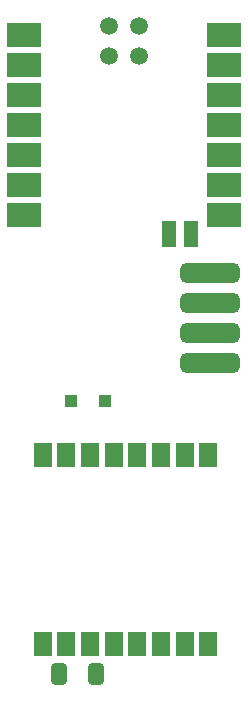
<source format=gbr>
%TF.GenerationSoftware,KiCad,Pcbnew,8.0.6*%
%TF.CreationDate,2024-11-08T20:03:32-06:00*%
%TF.ProjectId,lora micronode,6c6f7261-206d-4696-9372-6f6e6f64652e,rev?*%
%TF.SameCoordinates,Original*%
%TF.FileFunction,Paste,Top*%
%TF.FilePolarity,Positive*%
%FSLAX46Y46*%
G04 Gerber Fmt 4.6, Leading zero omitted, Abs format (unit mm)*
G04 Created by KiCad (PCBNEW 8.0.6) date 2024-11-08 20:03:32*
%MOMM*%
%LPD*%
G01*
G04 APERTURE LIST*
G04 Aperture macros list*
%AMRoundRect*
0 Rectangle with rounded corners*
0 $1 Rounding radius*
0 $2 $3 $4 $5 $6 $7 $8 $9 X,Y pos of 4 corners*
0 Add a 4 corners polygon primitive as box body*
4,1,4,$2,$3,$4,$5,$6,$7,$8,$9,$2,$3,0*
0 Add four circle primitives for the rounded corners*
1,1,$1+$1,$2,$3*
1,1,$1+$1,$4,$5*
1,1,$1+$1,$6,$7*
1,1,$1+$1,$8,$9*
0 Add four rect primitives between the rounded corners*
20,1,$1+$1,$2,$3,$4,$5,0*
20,1,$1+$1,$4,$5,$6,$7,0*
20,1,$1+$1,$6,$7,$8,$9,0*
20,1,$1+$1,$8,$9,$2,$3,0*%
G04 Aperture macros list end*
%ADD10RoundRect,0.412500X2.087500X-0.412500X2.087500X0.412500X-2.087500X0.412500X-2.087500X-0.412500X0*%
%ADD11R,3.000000X2.000000*%
%ADD12C,1.500000*%
%ADD13R,1.300000X2.300000*%
%ADD14RoundRect,0.250000X-0.300000X-0.300000X0.300000X-0.300000X0.300000X0.300000X-0.300000X0.300000X0*%
%ADD15RoundRect,0.250000X0.412500X0.650000X-0.412500X0.650000X-0.412500X-0.650000X0.412500X-0.650000X0*%
%ADD16R,1.500000X2.000000*%
G04 APERTURE END LIST*
D10*
%TO.C,J1*%
X138448000Y-82926000D03*
X138448000Y-80396000D03*
X138448000Y-77856000D03*
X138448000Y-75316000D03*
%TD*%
D11*
%TO.C,U2*%
X122691000Y-55126000D03*
X122691000Y-57666000D03*
X122691000Y-60206000D03*
X122691000Y-62746000D03*
X122691000Y-65286000D03*
X122691000Y-67826000D03*
X122691000Y-70366000D03*
X139691000Y-70366000D03*
X139691000Y-67826000D03*
X139691000Y-65286000D03*
X139691000Y-62746000D03*
X139691000Y-60206000D03*
X139691000Y-57666000D03*
X139691000Y-55126000D03*
D12*
X129921000Y-54356000D03*
X132461000Y-54356000D03*
X129921000Y-56896000D03*
X132461000Y-56896000D03*
D13*
X134991000Y-71996000D03*
X136891000Y-71996000D03*
%TD*%
D14*
%TO.C,D1*%
X126743000Y-86106000D03*
X129543000Y-86106000D03*
%TD*%
D15*
%TO.C,C2*%
X128816500Y-109220000D03*
X125691500Y-109220000D03*
%TD*%
D16*
%TO.C,U1*%
X124318000Y-106679000D03*
X126318000Y-106679000D03*
X128318000Y-106679000D03*
X130318000Y-106679000D03*
X132318000Y-106679000D03*
X134318000Y-106679000D03*
X136318000Y-106679000D03*
X138318000Y-106679000D03*
X138318000Y-90679000D03*
X136318000Y-90679000D03*
X134318000Y-90679000D03*
X132318000Y-90679000D03*
X130318000Y-90679000D03*
X128318000Y-90679000D03*
X126318000Y-90679000D03*
X124318000Y-90679000D03*
%TD*%
M02*

</source>
